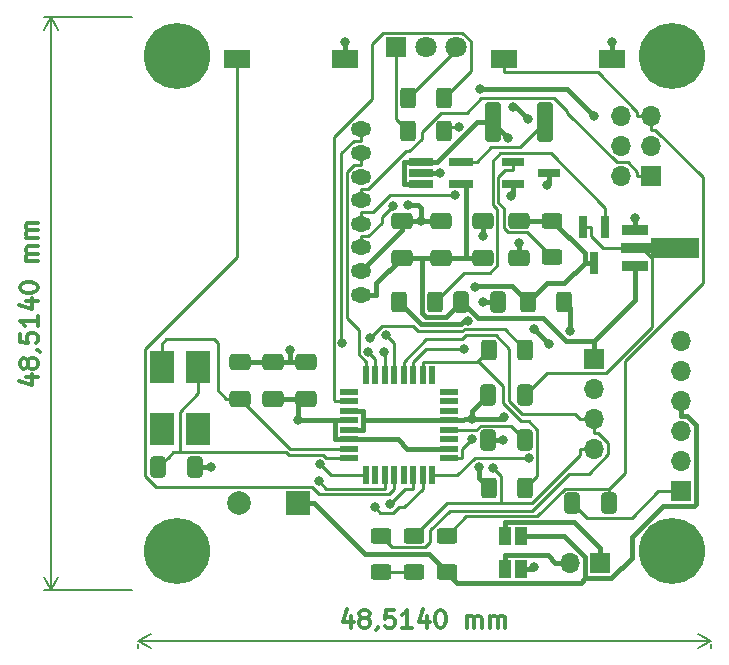
<source format=gbr>
%TF.GenerationSoftware,KiCad,Pcbnew,(6.0.7)*%
%TF.CreationDate,2023-04-08T23:37:57+02:00*%
%TF.ProjectId,hb-uni-644_328P_small,68622d75-6e69-42d3-9634-345f33323850,rev?*%
%TF.SameCoordinates,Original*%
%TF.FileFunction,Copper,L1,Top*%
%TF.FilePolarity,Positive*%
%FSLAX46Y46*%
G04 Gerber Fmt 4.6, Leading zero omitted, Abs format (unit mm)*
G04 Created by KiCad (PCBNEW (6.0.7)) date 2023-04-08 23:37:57*
%MOMM*%
%LPD*%
G01*
G04 APERTURE LIST*
G04 Aperture macros list*
%AMRoundRect*
0 Rectangle with rounded corners*
0 $1 Rounding radius*
0 $2 $3 $4 $5 $6 $7 $8 $9 X,Y pos of 4 corners*
0 Add a 4 corners polygon primitive as box body*
4,1,4,$2,$3,$4,$5,$6,$7,$8,$9,$2,$3,0*
0 Add four circle primitives for the rounded corners*
1,1,$1+$1,$2,$3*
1,1,$1+$1,$4,$5*
1,1,$1+$1,$6,$7*
1,1,$1+$1,$8,$9*
0 Add four rect primitives between the rounded corners*
20,1,$1+$1,$2,$3,$4,$5,0*
20,1,$1+$1,$4,$5,$6,$7,0*
20,1,$1+$1,$6,$7,$8,$9,0*
20,1,$1+$1,$8,$9,$2,$3,0*%
%AMFreePoly0*
4,1,9,5.362500,-0.866500,1.237500,-0.866500,1.237500,-0.450000,-1.237500,-0.450000,-1.237500,0.450000,1.237500,0.450000,1.237500,0.866500,5.362500,0.866500,5.362500,-0.866500,5.362500,-0.866500,$1*%
G04 Aperture macros list end*
%ADD10C,0.300000*%
%TA.AperFunction,NonConductor*%
%ADD11C,0.300000*%
%TD*%
%TA.AperFunction,NonConductor*%
%ADD12C,0.200000*%
%TD*%
%TA.AperFunction,ComponentPad*%
%ADD13C,5.600000*%
%TD*%
%TA.AperFunction,ComponentPad*%
%ADD14R,1.700000X1.700000*%
%TD*%
%TA.AperFunction,ComponentPad*%
%ADD15O,1.700000X1.700000*%
%TD*%
%TA.AperFunction,SMDPad,CuDef*%
%ADD16RoundRect,0.250000X0.625000X-0.400000X0.625000X0.400000X-0.625000X0.400000X-0.625000X-0.400000X0*%
%TD*%
%TA.AperFunction,SMDPad,CuDef*%
%ADD17R,1.000000X1.500000*%
%TD*%
%TA.AperFunction,SMDPad,CuDef*%
%ADD18R,2.000000X0.650000*%
%TD*%
%TA.AperFunction,SMDPad,CuDef*%
%ADD19RoundRect,0.250000X-0.412500X-0.650000X0.412500X-0.650000X0.412500X0.650000X-0.412500X0.650000X0*%
%TD*%
%TA.AperFunction,SMDPad,CuDef*%
%ADD20RoundRect,0.250000X0.400000X0.625000X-0.400000X0.625000X-0.400000X-0.625000X0.400000X-0.625000X0*%
%TD*%
%TA.AperFunction,SMDPad,CuDef*%
%ADD21RoundRect,0.250000X0.412500X0.650000X-0.412500X0.650000X-0.412500X-0.650000X0.412500X-0.650000X0*%
%TD*%
%TA.AperFunction,SMDPad,CuDef*%
%ADD22RoundRect,0.250000X-0.650000X0.412500X-0.650000X-0.412500X0.650000X-0.412500X0.650000X0.412500X0*%
%TD*%
%TA.AperFunction,SMDPad,CuDef*%
%ADD23O,1.750000X1.300000*%
%TD*%
%TA.AperFunction,SMDPad,CuDef*%
%ADD24RoundRect,0.250000X0.650000X-0.412500X0.650000X0.412500X-0.650000X0.412500X-0.650000X-0.412500X0*%
%TD*%
%TA.AperFunction,SMDPad,CuDef*%
%ADD25R,2.180000X1.600000*%
%TD*%
%TA.AperFunction,SMDPad,CuDef*%
%ADD26RoundRect,0.250000X-0.400000X-0.625000X0.400000X-0.625000X0.400000X0.625000X-0.400000X0.625000X0*%
%TD*%
%TA.AperFunction,ComponentPad*%
%ADD27R,2.000000X2.000000*%
%TD*%
%TA.AperFunction,ComponentPad*%
%ADD28C,2.000000*%
%TD*%
%TA.AperFunction,SMDPad,CuDef*%
%ADD29R,2.100000X2.700000*%
%TD*%
%TA.AperFunction,SMDPad,CuDef*%
%ADD30R,2.300000X0.900000*%
%TD*%
%TA.AperFunction,SMDPad,CuDef*%
%ADD31FreePoly0,0.000000*%
%TD*%
%TA.AperFunction,SMDPad,CuDef*%
%ADD32R,1.900000X0.800000*%
%TD*%
%TA.AperFunction,SMDPad,CuDef*%
%ADD33RoundRect,0.250000X-0.400000X-1.450000X0.400000X-1.450000X0.400000X1.450000X-0.400000X1.450000X0*%
%TD*%
%TA.AperFunction,ComponentPad*%
%ADD34R,1.800000X1.800000*%
%TD*%
%TA.AperFunction,ComponentPad*%
%ADD35C,1.800000*%
%TD*%
%TA.AperFunction,SMDPad,CuDef*%
%ADD36R,0.800000X1.900000*%
%TD*%
%TA.AperFunction,SMDPad,CuDef*%
%ADD37R,1.600000X0.550000*%
%TD*%
%TA.AperFunction,SMDPad,CuDef*%
%ADD38R,0.550000X1.600000*%
%TD*%
%TA.AperFunction,ViaPad*%
%ADD39C,0.800000*%
%TD*%
%TA.AperFunction,Conductor*%
%ADD40C,0.400000*%
%TD*%
%TA.AperFunction,Conductor*%
%ADD41C,0.250000*%
%TD*%
G04 APERTURE END LIST*
D10*
D11*
X45728714Y-98462571D02*
X45728714Y-99462571D01*
X45371571Y-97891142D02*
X45014428Y-98962571D01*
X45943000Y-98962571D01*
X46728714Y-98605428D02*
X46585857Y-98534000D01*
X46514428Y-98462571D01*
X46443000Y-98319714D01*
X46443000Y-98248285D01*
X46514428Y-98105428D01*
X46585857Y-98034000D01*
X46728714Y-97962571D01*
X47014428Y-97962571D01*
X47157285Y-98034000D01*
X47228714Y-98105428D01*
X47300142Y-98248285D01*
X47300142Y-98319714D01*
X47228714Y-98462571D01*
X47157285Y-98534000D01*
X47014428Y-98605428D01*
X46728714Y-98605428D01*
X46585857Y-98676857D01*
X46514428Y-98748285D01*
X46443000Y-98891142D01*
X46443000Y-99176857D01*
X46514428Y-99319714D01*
X46585857Y-99391142D01*
X46728714Y-99462571D01*
X47014428Y-99462571D01*
X47157285Y-99391142D01*
X47228714Y-99319714D01*
X47300142Y-99176857D01*
X47300142Y-98891142D01*
X47228714Y-98748285D01*
X47157285Y-98676857D01*
X47014428Y-98605428D01*
X48014428Y-99391142D02*
X48014428Y-99462571D01*
X47943000Y-99605428D01*
X47871571Y-99676857D01*
X49371571Y-97962571D02*
X48657285Y-97962571D01*
X48585857Y-98676857D01*
X48657285Y-98605428D01*
X48800142Y-98534000D01*
X49157285Y-98534000D01*
X49300142Y-98605428D01*
X49371571Y-98676857D01*
X49443000Y-98819714D01*
X49443000Y-99176857D01*
X49371571Y-99319714D01*
X49300142Y-99391142D01*
X49157285Y-99462571D01*
X48800142Y-99462571D01*
X48657285Y-99391142D01*
X48585857Y-99319714D01*
X50871571Y-99462571D02*
X50014428Y-99462571D01*
X50443000Y-99462571D02*
X50443000Y-97962571D01*
X50300142Y-98176857D01*
X50157285Y-98319714D01*
X50014428Y-98391142D01*
X52157285Y-98462571D02*
X52157285Y-99462571D01*
X51800142Y-97891142D02*
X51443000Y-98962571D01*
X52371571Y-98962571D01*
X53228714Y-97962571D02*
X53371571Y-97962571D01*
X53514428Y-98034000D01*
X53585857Y-98105428D01*
X53657285Y-98248285D01*
X53728714Y-98534000D01*
X53728714Y-98891142D01*
X53657285Y-99176857D01*
X53585857Y-99319714D01*
X53514428Y-99391142D01*
X53371571Y-99462571D01*
X53228714Y-99462571D01*
X53085857Y-99391142D01*
X53014428Y-99319714D01*
X52943000Y-99176857D01*
X52871571Y-98891142D01*
X52871571Y-98534000D01*
X52943000Y-98248285D01*
X53014428Y-98105428D01*
X53085857Y-98034000D01*
X53228714Y-97962571D01*
X55514428Y-99462571D02*
X55514428Y-98462571D01*
X55514428Y-98605428D02*
X55585857Y-98534000D01*
X55728714Y-98462571D01*
X55942999Y-98462571D01*
X56085857Y-98534000D01*
X56157285Y-98676857D01*
X56157285Y-99462571D01*
X56157285Y-98676857D02*
X56228714Y-98534000D01*
X56371571Y-98462571D01*
X56585857Y-98462571D01*
X56728714Y-98534000D01*
X56800142Y-98676857D01*
X56800142Y-99462571D01*
X57514428Y-99462571D02*
X57514428Y-98462571D01*
X57514428Y-98605428D02*
X57585857Y-98534000D01*
X57728714Y-98462571D01*
X57942999Y-98462571D01*
X58085857Y-98534000D01*
X58157285Y-98676857D01*
X58157285Y-99462571D01*
X58157285Y-98676857D02*
X58228714Y-98534000D01*
X58371571Y-98462571D01*
X58585857Y-98462571D01*
X58728714Y-98534000D01*
X58800142Y-98676857D01*
X58800142Y-99462571D01*
D12*
X27686000Y-100830000D02*
X27686000Y-101170420D01*
X76200000Y-100830000D02*
X76200000Y-101170420D01*
X27686000Y-100584000D02*
X76200000Y-100584000D01*
X27686000Y-100584000D02*
X76200000Y-100584000D01*
X27686000Y-100584000D02*
X28812504Y-101170421D01*
X27686000Y-100584000D02*
X28812504Y-99997579D01*
X76200000Y-100584000D02*
X75073496Y-99997579D01*
X76200000Y-100584000D02*
X75073496Y-101170421D01*
D10*
D11*
X18198571Y-78223285D02*
X19198571Y-78223285D01*
X17627142Y-78580428D02*
X18698571Y-78937571D01*
X18698571Y-78009000D01*
X18341428Y-77223285D02*
X18270000Y-77366142D01*
X18198571Y-77437571D01*
X18055714Y-77509000D01*
X17984285Y-77509000D01*
X17841428Y-77437571D01*
X17770000Y-77366142D01*
X17698571Y-77223285D01*
X17698571Y-76937571D01*
X17770000Y-76794714D01*
X17841428Y-76723285D01*
X17984285Y-76651857D01*
X18055714Y-76651857D01*
X18198571Y-76723285D01*
X18270000Y-76794714D01*
X18341428Y-76937571D01*
X18341428Y-77223285D01*
X18412857Y-77366142D01*
X18484285Y-77437571D01*
X18627142Y-77509000D01*
X18912857Y-77509000D01*
X19055714Y-77437571D01*
X19127142Y-77366142D01*
X19198571Y-77223285D01*
X19198571Y-76937571D01*
X19127142Y-76794714D01*
X19055714Y-76723285D01*
X18912857Y-76651857D01*
X18627142Y-76651857D01*
X18484285Y-76723285D01*
X18412857Y-76794714D01*
X18341428Y-76937571D01*
X19127142Y-75937571D02*
X19198571Y-75937571D01*
X19341428Y-76009000D01*
X19412857Y-76080428D01*
X17698571Y-74580428D02*
X17698571Y-75294714D01*
X18412857Y-75366142D01*
X18341428Y-75294714D01*
X18270000Y-75151857D01*
X18270000Y-74794714D01*
X18341428Y-74651857D01*
X18412857Y-74580428D01*
X18555714Y-74509000D01*
X18912857Y-74509000D01*
X19055714Y-74580428D01*
X19127142Y-74651857D01*
X19198571Y-74794714D01*
X19198571Y-75151857D01*
X19127142Y-75294714D01*
X19055714Y-75366142D01*
X19198571Y-73080428D02*
X19198571Y-73937571D01*
X19198571Y-73509000D02*
X17698571Y-73509000D01*
X17912857Y-73651857D01*
X18055714Y-73794714D01*
X18127142Y-73937571D01*
X18198571Y-71794714D02*
X19198571Y-71794714D01*
X17627142Y-72151857D02*
X18698571Y-72509000D01*
X18698571Y-71580428D01*
X17698571Y-70723285D02*
X17698571Y-70580428D01*
X17770000Y-70437571D01*
X17841428Y-70366142D01*
X17984285Y-70294714D01*
X18270000Y-70223285D01*
X18627142Y-70223285D01*
X18912857Y-70294714D01*
X19055714Y-70366142D01*
X19127142Y-70437571D01*
X19198571Y-70580428D01*
X19198571Y-70723285D01*
X19127142Y-70866142D01*
X19055714Y-70937571D01*
X18912857Y-71009000D01*
X18627142Y-71080428D01*
X18270000Y-71080428D01*
X17984285Y-71009000D01*
X17841428Y-70937571D01*
X17770000Y-70866142D01*
X17698571Y-70723285D01*
X19198571Y-68437571D02*
X18198571Y-68437571D01*
X18341428Y-68437571D02*
X18270000Y-68366142D01*
X18198571Y-68223285D01*
X18198571Y-68009000D01*
X18270000Y-67866142D01*
X18412857Y-67794714D01*
X19198571Y-67794714D01*
X18412857Y-67794714D02*
X18270000Y-67723285D01*
X18198571Y-67580428D01*
X18198571Y-67366142D01*
X18270000Y-67223285D01*
X18412857Y-67151857D01*
X19198571Y-67151857D01*
X19198571Y-66437571D02*
X18198571Y-66437571D01*
X18341428Y-66437571D02*
X18270000Y-66366142D01*
X18198571Y-66223285D01*
X18198571Y-66009000D01*
X18270000Y-65866142D01*
X18412857Y-65794714D01*
X19198571Y-65794714D01*
X18412857Y-65794714D02*
X18270000Y-65723285D01*
X18198571Y-65580428D01*
X18198571Y-65366142D01*
X18270000Y-65223285D01*
X18412857Y-65151857D01*
X19198571Y-65151857D01*
D12*
X27186000Y-47752000D02*
X19733580Y-47752000D01*
X27186000Y-96266000D02*
X19733580Y-96266000D01*
X20320000Y-47752000D02*
X20320000Y-96266000D01*
X20320000Y-47752000D02*
X20320000Y-96266000D01*
X20320000Y-47752000D02*
X19733579Y-48878504D01*
X20320000Y-47752000D02*
X20906421Y-48878504D01*
X20320000Y-96266000D02*
X20906421Y-95139496D01*
X20320000Y-96266000D02*
X19733579Y-95139496D01*
D13*
%TO.P,REF6,1*%
%TO.N,N/C*%
X30988000Y-92964000D03*
%TD*%
D14*
%TO.P,J6,1,Pin_1*%
%TO.N,VCC*%
X66294000Y-76718000D03*
D15*
%TO.P,J6,2,Pin_2*%
%TO.N,GND*%
X66294000Y-79258000D03*
%TO.P,J6,3,Pin_3*%
%TO.N,/SCL*%
X66294000Y-81798000D03*
%TO.P,J6,4,Pin_4*%
%TO.N,/SDA*%
X66294000Y-84338000D03*
%TD*%
D16*
%TO.P,R3,1*%
%TO.N,VCC*%
X53848000Y-94768000D03*
%TO.P,R3,2*%
%TO.N,/RESET*%
X53848000Y-91668000D03*
%TD*%
D17*
%TO.P,J2,1,G1*%
%TO.N,GND*%
X60086000Y-94488000D03*
%TO.P,J2,2,G2*%
%TO.N,/RAW-*%
X58786000Y-94488000D03*
%TD*%
D18*
%TO.P,U3,1,BATT*%
%TO.N,/RAW+FUSE*%
X51630000Y-60010000D03*
%TO.P,U3,2,GND*%
%TO.N,GND*%
X51630000Y-60960000D03*
%TO.P,U3,3,~{SHDN}*%
%TO.N,/RAW+FUSE*%
X51630000Y-61910000D03*
%TO.P,U3,4,OUT*%
%TO.N,VCC*%
X55050000Y-61910000D03*
%TO.P,U3,5,LX*%
%TO.N,Net-(L1-Pad2)*%
X55050000Y-60010000D03*
%TD*%
D17*
%TO.P,J1,1,G1*%
%TO.N,VCC*%
X60086000Y-91694000D03*
%TO.P,J1,2,G2*%
%TO.N,/RAW+*%
X58786000Y-91694000D03*
%TD*%
D16*
%TO.P,R6,1*%
%TO.N,Net-(Q1-Pad1)*%
X62738000Y-68098000D03*
%TO.P,R6,2*%
%TO.N,/RAW+FUSE*%
X62738000Y-64998000D03*
%TD*%
D19*
%TO.P,C13,1*%
%TO.N,/DTR*%
X64477500Y-88900000D03*
%TO.P,C13,2*%
%TO.N,/RESET*%
X67602500Y-88900000D03*
%TD*%
D13*
%TO.P,REF2,1*%
%TO.N,N/C*%
X30988000Y-51054000D03*
%TD*%
%TO.P,REF7,1*%
%TO.N,N/C*%
X72898000Y-92964000D03*
%TD*%
D20*
%TO.P,R4,1*%
%TO.N,/A3*%
X60478000Y-87630000D03*
%TO.P,R4,2*%
%TO.N,/RAW+FUSE*%
X57378000Y-87630000D03*
%TD*%
D13*
%TO.P,REF4,1*%
%TO.N,N/C*%
X72898000Y-51054000D03*
%TD*%
D21*
%TO.P,C10,1*%
%TO.N,Net-(C10-Pad1)*%
X60490500Y-79756000D03*
%TO.P,C10,2*%
%TO.N,GND*%
X57365500Y-79756000D03*
%TD*%
D14*
%TO.P,J3,1,Pin_1*%
%TO.N,/RAW+*%
X66807000Y-93980000D03*
D15*
%TO.P,J3,2,Pin_2*%
%TO.N,/RAW-*%
X64267000Y-93980000D03*
%TD*%
D22*
%TO.P,C2,1*%
%TO.N,GND*%
X41910000Y-76923500D03*
%TO.P,C2,2*%
%TO.N,VCC*%
X41910000Y-80048500D03*
%TD*%
%TO.P,C6,1*%
%TO.N,GND*%
X50038000Y-64985500D03*
%TO.P,C6,2*%
%TO.N,VCC*%
X50038000Y-68110500D03*
%TD*%
D23*
%TO.P,U2,1,VCC*%
%TO.N,VCC*%
X46584000Y-71262000D03*
%TO.P,U2,2,GND*%
%TO.N,GND*%
X46584000Y-69262000D03*
%TO.P,U2,3,MOSI*%
%TO.N,/MOSI*%
X46584000Y-67262000D03*
%TO.P,U2,4,SCLK*%
%TO.N,/SCK*%
X46584000Y-65262000D03*
%TO.P,U2,5,MISO*%
%TO.N,/MISO*%
X46584000Y-63262000D03*
%TO.P,U2,6,GDO2*%
%TO.N,unconnected-(U2-Pad6)*%
X46584000Y-61262000D03*
%TO.P,U2,7,GDO0*%
%TO.N,/D2*%
X46584000Y-59262000D03*
%TO.P,U2,8,CSN*%
%TO.N,/SS*%
X46584000Y-57262000D03*
%TD*%
D24*
%TO.P,C9,1*%
%TO.N,VCC*%
X56896000Y-68110500D03*
%TO.P,C9,2*%
%TO.N,GND*%
X56896000Y-64985500D03*
%TD*%
D20*
%TO.P,R5,1*%
%TO.N,/D7*%
X60478000Y-75946000D03*
%TO.P,R5,2*%
%TO.N,/A3*%
X57378000Y-75946000D03*
%TD*%
D25*
%TO.P,SW2,1,1*%
%TO.N,/CONFIG*%
X36050000Y-51308000D03*
%TO.P,SW2,2,2*%
%TO.N,GND*%
X45230000Y-51308000D03*
%TD*%
D16*
%TO.P,R9,1*%
%TO.N,Net-(R8-Pad1)*%
X51054000Y-94768000D03*
%TO.P,R9,2*%
%TO.N,/SDA*%
X51054000Y-91668000D03*
%TD*%
D26*
%TO.P,R1,1*%
%TO.N,Net-(D1-Pad3)*%
X50520000Y-54610000D03*
%TO.P,R1,2*%
%TO.N,/D4*%
X53620000Y-54610000D03*
%TD*%
D27*
%TO.P,C12,1*%
%TO.N,VCC*%
X41229700Y-88900000D03*
D28*
%TO.P,C12,2*%
%TO.N,GND*%
X36229700Y-88900000D03*
%TD*%
D26*
%TO.P,F1,1*%
%TO.N,/RAW+FUSE*%
X60680000Y-71882000D03*
%TO.P,F1,2*%
%TO.N,/RAW+*%
X63780000Y-71882000D03*
%TD*%
D29*
%TO.P,Y1,1,1*%
%TO.N,/XTAL1*%
X29692000Y-77360000D03*
%TO.P,Y1,2*%
%TO.N,N/C*%
X29692000Y-82660000D03*
%TO.P,Y1,3*%
X32792000Y-82660000D03*
%TO.P,Y1,4,4*%
%TO.N,/XTAL2*%
X32792000Y-77360000D03*
%TD*%
D22*
%TO.P,C8,1*%
%TO.N,/RAW+FUSE*%
X59944000Y-64985500D03*
%TO.P,C8,2*%
%TO.N,GND*%
X59944000Y-68110500D03*
%TD*%
D26*
%TO.P,R2,1*%
%TO.N,Net-(D1-Pad1)*%
X50520000Y-57404000D03*
%TO.P,R2,2*%
%TO.N,/D5*%
X53620000Y-57404000D03*
%TD*%
D22*
%TO.P,C1,1*%
%TO.N,GND*%
X39116000Y-76923500D03*
%TO.P,C1,2*%
%TO.N,VCC*%
X39116000Y-80048500D03*
%TD*%
%TO.P,C7,1*%
%TO.N,GND*%
X53340000Y-64985500D03*
%TO.P,C7,2*%
%TO.N,VCC*%
X53340000Y-68110500D03*
%TD*%
D30*
%TO.P,U4,1,GND*%
%TO.N,GND*%
X69732000Y-65810000D03*
D31*
%TO.P,U4,2,VI*%
%TO.N,Net-(C10-Pad1)*%
X69819500Y-67310000D03*
D30*
%TO.P,U4,3,VO*%
%TO.N,VCC*%
X69732000Y-68810000D03*
%TD*%
D32*
%TO.P,Q1,1,G*%
%TO.N,Net-(Q1-Pad1)*%
X59460000Y-60010000D03*
%TO.P,Q1,2,S*%
%TO.N,GND*%
X59460000Y-61910000D03*
%TO.P,Q1,3,D*%
%TO.N,/RAW-*%
X62460000Y-60960000D03*
%TD*%
D16*
%TO.P,R8,1*%
%TO.N,Net-(R8-Pad1)*%
X48260000Y-94768000D03*
%TO.P,R8,2*%
%TO.N,/SCL*%
X48260000Y-91668000D03*
%TD*%
D20*
%TO.P,R7,1*%
%TO.N,Net-(Q2-Pad1)*%
X52858000Y-71882000D03*
%TO.P,R7,2*%
%TO.N,/RAW-*%
X49758000Y-71882000D03*
%TD*%
D22*
%TO.P,C4,1*%
%TO.N,GND*%
X36322000Y-76923500D03*
%TO.P,C4,2*%
%TO.N,/XTAL1*%
X36322000Y-80048500D03*
%TD*%
D33*
%TO.P,L1,1,1*%
%TO.N,/RAW+FUSE*%
X57719000Y-56642000D03*
%TO.P,L1,2,2*%
%TO.N,Net-(L1-Pad2)*%
X62169000Y-56642000D03*
%TD*%
D19*
%TO.P,C11,1*%
%TO.N,VCC*%
X55079500Y-71882000D03*
%TO.P,C11,2*%
%TO.N,GND*%
X58204500Y-71882000D03*
%TD*%
D14*
%TO.P,J5,1,Pin_1*%
%TO.N,/MISO*%
X71125000Y-61199000D03*
D15*
%TO.P,J5,2,Pin_2*%
%TO.N,VCC*%
X68585000Y-61199000D03*
%TO.P,J5,3,Pin_3*%
%TO.N,/SCK*%
X71125000Y-58659000D03*
%TO.P,J5,4,Pin_4*%
%TO.N,/MOSI*%
X68585000Y-58659000D03*
%TO.P,J5,5,Pin_5*%
%TO.N,/RESET*%
X71125000Y-56119000D03*
%TO.P,J5,6,Pin_6*%
%TO.N,GND*%
X68585000Y-56119000D03*
%TD*%
D14*
%TO.P,J4,1,Pin_1*%
%TO.N,/DTR*%
X73660000Y-87884000D03*
D15*
%TO.P,J4,2,Pin_2*%
%TO.N,/TXD*%
X73660000Y-85344000D03*
%TO.P,J4,3,Pin_3*%
%TO.N,/RXD*%
X73660000Y-82804000D03*
%TO.P,J4,4,Pin_4*%
%TO.N,VCC*%
X73660000Y-80264000D03*
%TO.P,J4,5,Pin_5*%
%TO.N,GND*%
X73660000Y-77724000D03*
%TO.P,J4,6,Pin_6*%
X73660000Y-75184000D03*
%TD*%
D34*
%TO.P,D1,1,A1*%
%TO.N,Net-(D1-Pad1)*%
X49520000Y-50292000D03*
D35*
%TO.P,D1,2,K*%
%TO.N,GND*%
X52060000Y-50292000D03*
%TO.P,D1,3,A2*%
%TO.N,Net-(D1-Pad3)*%
X54600000Y-50292000D03*
%TD*%
D25*
%TO.P,SW1,1,1*%
%TO.N,/RESET*%
X58656000Y-51308000D03*
%TO.P,SW1,2,2*%
%TO.N,GND*%
X67836000Y-51308000D03*
%TD*%
D36*
%TO.P,Q2,1,G*%
%TO.N,Net-(Q2-Pad1)*%
X67244000Y-65556000D03*
%TO.P,Q2,2,S*%
%TO.N,Net-(C10-Pad1)*%
X65344000Y-65556000D03*
%TO.P,Q2,3,D*%
%TO.N,/RAW+FUSE*%
X66294000Y-68556000D03*
%TD*%
D21*
%TO.P,C5,1*%
%TO.N,Net-(C5-Pad1)*%
X60490500Y-83566000D03*
%TO.P,C5,2*%
%TO.N,GND*%
X57365500Y-83566000D03*
%TD*%
D19*
%TO.P,C3,1*%
%TO.N,/XTAL2*%
X29425500Y-85852000D03*
%TO.P,C3,2*%
%TO.N,GND*%
X32550500Y-85852000D03*
%TD*%
D37*
%TO.P,U1,1,PD3*%
%TO.N,/D3*%
X45534000Y-79496000D03*
%TO.P,U1,2,PD4*%
%TO.N,/D4*%
X45534000Y-80296000D03*
%TO.P,U1,3,GND*%
%TO.N,GND*%
X45534000Y-81096000D03*
%TO.P,U1,4,VCC*%
%TO.N,VCC*%
X45534000Y-81896000D03*
%TO.P,U1,5,GND*%
%TO.N,GND*%
X45534000Y-82696000D03*
%TO.P,U1,6,VCC*%
%TO.N,VCC*%
X45534000Y-83496000D03*
%TO.P,U1,7,XTAL1/PB6*%
%TO.N,/XTAL1*%
X45534000Y-84296000D03*
%TO.P,U1,8,XTAL2/PB7*%
%TO.N,/XTAL2*%
X45534000Y-85096000D03*
D38*
%TO.P,U1,9,PD5*%
%TO.N,/D5*%
X46984000Y-86546000D03*
%TO.P,U1,10,PD6*%
%TO.N,/D6*%
X47784000Y-86546000D03*
%TO.P,U1,11,PD7*%
%TO.N,/D7*%
X48584000Y-86546000D03*
%TO.P,U1,12,PB0*%
%TO.N,/CONFIG*%
X49384000Y-86546000D03*
%TO.P,U1,13,PB1*%
%TO.N,/B1*%
X50184000Y-86546000D03*
%TO.P,U1,14,PB2*%
%TO.N,/SS*%
X50984000Y-86546000D03*
%TO.P,U1,15,PB3*%
%TO.N,/MOSI*%
X51784000Y-86546000D03*
%TO.P,U1,16,PB4*%
%TO.N,/MISO*%
X52584000Y-86546000D03*
D37*
%TO.P,U1,17,PB5*%
%TO.N,/SCK*%
X54034000Y-85096000D03*
%TO.P,U1,18,AVCC*%
%TO.N,VCC*%
X54034000Y-84296000D03*
%TO.P,U1,19,ADC6*%
%TO.N,unconnected-(U1-Pad19)*%
X54034000Y-83496000D03*
%TO.P,U1,20,AREF*%
%TO.N,Net-(C5-Pad1)*%
X54034000Y-82696000D03*
%TO.P,U1,21,GND*%
%TO.N,GND*%
X54034000Y-81896000D03*
%TO.P,U1,22,ADC7*%
%TO.N,unconnected-(U1-Pad22)*%
X54034000Y-81096000D03*
%TO.P,U1,23,PC0*%
%TO.N,/A0*%
X54034000Y-80296000D03*
%TO.P,U1,24,PC1*%
%TO.N,/A1*%
X54034000Y-79496000D03*
D38*
%TO.P,U1,25,PC2*%
%TO.N,/A2*%
X52584000Y-78046000D03*
%TO.P,U1,26,PC3*%
%TO.N,/A3*%
X51784000Y-78046000D03*
%TO.P,U1,27,PC4*%
%TO.N,/SDA*%
X50984000Y-78046000D03*
%TO.P,U1,28,PC5*%
%TO.N,/SCL*%
X50184000Y-78046000D03*
%TO.P,U1,29,~{RESET}/PC6*%
%TO.N,/RESET*%
X49384000Y-78046000D03*
%TO.P,U1,30,PD0*%
%TO.N,/RXD*%
X48584000Y-78046000D03*
%TO.P,U1,31,PD1*%
%TO.N,/TXD*%
X47784000Y-78046000D03*
%TO.P,U1,32,PD2*%
%TO.N,/D2*%
X46984000Y-78046000D03*
%TD*%
D39*
%TO.N,GND*%
X33850300Y-85864900D03*
X59436000Y-55372000D03*
X55995000Y-81771400D03*
X45230000Y-49867300D03*
X51689000Y-64985500D03*
X59234900Y-62935400D03*
X58634400Y-83583500D03*
X61193200Y-94281100D03*
X40581500Y-75961900D03*
X69732000Y-64753000D03*
X61214000Y-74168000D03*
X59944000Y-66842800D03*
X58674000Y-81611400D03*
X56938100Y-71866800D03*
X66294000Y-56134000D03*
X53235000Y-60960000D03*
X67836000Y-49868900D03*
X56642000Y-53848000D03*
X60706000Y-56388000D03*
X50546000Y-63627000D03*
X62484000Y-75438000D03*
X56896000Y-66251200D03*
%TO.N,VCC*%
X41228300Y-81867000D03*
%TO.N,/RAW+FUSE*%
X56183900Y-70613100D03*
X56553200Y-85884900D03*
X58989300Y-58021800D03*
%TO.N,/RESET*%
X48716200Y-74676200D03*
%TO.N,/RAW+*%
X64269600Y-74339300D03*
%TO.N,/RAW-*%
X55620100Y-73470000D03*
X62360900Y-62000100D03*
%TO.N,/D5*%
X54883200Y-57040100D03*
X43082400Y-85584200D03*
%TO.N,/D7*%
X42984800Y-87059100D03*
X47322600Y-74927300D03*
%TO.N,/SDA*%
X55323600Y-75869600D03*
X57729900Y-85939000D03*
%TO.N,/SS*%
X48984500Y-88987600D03*
X44991300Y-75308700D03*
%TO.N,/MOSI*%
X49279900Y-63716800D03*
X47730300Y-89228800D03*
%TO.N,/MISO*%
X60771900Y-85092400D03*
%TO.N,/SCK*%
X56003700Y-83458500D03*
X54544800Y-62847400D03*
%TO.N,/RXD*%
X48508400Y-76084900D03*
%TO.N,/TXD*%
X47200000Y-76105200D03*
%TD*%
D40*
%TO.N,GND*%
X39116000Y-76923500D02*
X36322000Y-76923500D01*
X61193200Y-94281100D02*
X60986300Y-94488000D01*
X55358900Y-81771400D02*
X55234300Y-81896000D01*
X45534000Y-82696000D02*
X46734300Y-82696000D01*
X54034000Y-81896000D02*
X46734300Y-81896000D01*
X57365500Y-79756000D02*
X55995000Y-81126500D01*
X33850300Y-85864900D02*
X32563400Y-85864900D01*
X41910000Y-76923500D02*
X40581500Y-76923500D01*
X51689000Y-64985500D02*
X50038000Y-64985500D01*
X59460000Y-61910000D02*
X59460000Y-62710300D01*
X46734300Y-81896000D02*
X46734300Y-82696000D01*
X60086000Y-94488000D02*
X60986300Y-94488000D01*
X57383000Y-83583500D02*
X58634400Y-83583500D01*
X51689000Y-63881000D02*
X51689000Y-64985500D01*
X53030300Y-60960000D02*
X53235000Y-60960000D01*
X40581500Y-75961900D02*
X40581500Y-76923500D01*
X57365500Y-83566000D02*
X57383000Y-83583500D01*
X58189300Y-71866800D02*
X58204500Y-71882000D01*
X46734300Y-81096000D02*
X46734300Y-81896000D01*
X54034000Y-81896000D02*
X55234300Y-81896000D01*
X51689000Y-64985500D02*
X53340000Y-64985500D01*
X64008000Y-53848000D02*
X56642000Y-53848000D01*
X45534000Y-81096000D02*
X46734300Y-81096000D01*
X58674000Y-81788000D02*
X58674000Y-81611400D01*
X45230000Y-51308000D02*
X45230000Y-49867300D01*
X67836000Y-51308000D02*
X67836000Y-49868900D01*
X55995000Y-81126500D02*
X55995000Y-81771400D01*
X55995000Y-81771400D02*
X55358900Y-81771400D01*
X50038000Y-65808000D02*
X46584000Y-69262000D01*
X59690000Y-55372000D02*
X60706000Y-56388000D01*
X59234900Y-62935400D02*
X59460000Y-62710300D01*
X40581500Y-76923500D02*
X39116000Y-76923500D01*
X56938100Y-71866800D02*
X58189300Y-71866800D01*
X59944000Y-66842800D02*
X59944000Y-68110500D01*
X51630000Y-60960000D02*
X53030300Y-60960000D01*
X56896000Y-64985500D02*
X56896000Y-66251200D01*
X50546000Y-63627000D02*
X51435000Y-63627000D01*
X59436000Y-55372000D02*
X59690000Y-55372000D01*
X50038000Y-64985500D02*
X50038000Y-65808000D01*
X69732000Y-65810000D02*
X69732000Y-64753000D01*
X51435000Y-63627000D02*
X51689000Y-63881000D01*
X32563400Y-85864900D02*
X32550500Y-85852000D01*
X55995000Y-81771400D02*
X58657400Y-81771400D01*
X58657400Y-81771400D02*
X58674000Y-81788000D01*
X61214000Y-74168000D02*
X62484000Y-75438000D01*
X66294000Y-56134000D02*
X64008000Y-53848000D01*
%TO.N,VCC*%
X62021500Y-73222900D02*
X63938200Y-75139600D01*
X54034000Y-84296000D02*
X50465700Y-84296000D01*
X45534000Y-83496000D02*
X44333700Y-83496000D01*
X54718400Y-95638400D02*
X65202400Y-95638400D01*
X60986300Y-91694000D02*
X63760300Y-91694000D01*
X67775600Y-95284200D02*
X69522100Y-93537700D01*
X52298000Y-93218000D02*
X53848000Y-94768000D01*
X55079500Y-71882000D02*
X53791600Y-73169900D01*
X69522100Y-93537700D02*
X69522100Y-91739700D01*
X56896000Y-68110500D02*
X55472500Y-68110500D01*
X50038000Y-68110500D02*
X51707400Y-68110500D01*
X53848000Y-94768000D02*
X54718400Y-95638400D01*
X74735100Y-89156800D02*
X74916500Y-88975400D01*
X74916500Y-82252700D02*
X74178100Y-81514300D01*
X44333700Y-83496000D02*
X44333700Y-81896000D01*
X50465700Y-84296000D02*
X49665700Y-83496000D01*
X69522100Y-91739700D02*
X72105000Y-89156800D01*
X55163900Y-71882000D02*
X56504800Y-73222900D01*
X63938200Y-75139600D02*
X66294000Y-75139600D01*
X55050000Y-61910000D02*
X55472500Y-61910000D01*
X66294000Y-76718000D02*
X66294000Y-75467700D01*
X42630000Y-88900000D02*
X46948000Y-93218000D01*
X50038000Y-68110500D02*
X47859300Y-70289200D01*
X72105000Y-89156800D02*
X74735100Y-89156800D01*
X55472500Y-61910000D02*
X55472500Y-68110500D01*
X39116000Y-80048500D02*
X41228300Y-80048500D01*
X45534000Y-81896000D02*
X44333700Y-81896000D01*
X51707400Y-68110500D02*
X53340000Y-68110500D01*
X73660000Y-80264000D02*
X73660000Y-81514300D01*
X65556600Y-95284200D02*
X67775600Y-95284200D01*
X65202400Y-95638400D02*
X65556600Y-95284200D01*
X44333700Y-81896000D02*
X41257300Y-81896000D01*
X56504800Y-73222900D02*
X62021500Y-73222900D01*
X41228300Y-80048500D02*
X41228300Y-81867000D01*
X55079500Y-71882000D02*
X55163900Y-71882000D01*
X74916500Y-88975400D02*
X74916500Y-82252700D01*
X47859300Y-70289200D02*
X47859300Y-71262000D01*
X46948000Y-93218000D02*
X52298000Y-93218000D01*
X69732000Y-71701600D02*
X66294000Y-75139600D01*
X41257300Y-81896000D02*
X41228300Y-81867000D01*
X69732000Y-68810000D02*
X69732000Y-71701600D01*
X74178100Y-81514300D02*
X73660000Y-81514300D01*
X46584000Y-71262000D02*
X47859300Y-71262000D01*
X49665700Y-83496000D02*
X45534000Y-83496000D01*
X41228300Y-80048500D02*
X41910000Y-80048500D01*
X55472500Y-68110500D02*
X53340000Y-68110500D01*
X66294000Y-75139600D02*
X66294000Y-75467700D01*
X51707400Y-72770400D02*
X51707400Y-68110500D01*
X65556600Y-93490300D02*
X65556600Y-95284200D01*
X60086000Y-91694000D02*
X60986300Y-91694000D01*
X53791600Y-73169900D02*
X52106900Y-73169900D01*
X63760300Y-91694000D02*
X65556600Y-93490300D01*
X52106900Y-73169900D02*
X51707400Y-72770400D01*
X41229700Y-88900000D02*
X42630000Y-88900000D01*
D41*
%TO.N,/XTAL2*%
X40220000Y-84583400D02*
X31240600Y-84583400D01*
X43620000Y-85096000D02*
X43382900Y-84858900D01*
X30317100Y-84960400D02*
X29425500Y-85852000D01*
X32792000Y-79610000D02*
X32792000Y-77360000D01*
X30694100Y-84583400D02*
X30317100Y-84960400D01*
X31240600Y-81161400D02*
X32792000Y-79610000D01*
X31240600Y-84583400D02*
X31240600Y-81161400D01*
X40495500Y-84858900D02*
X40220000Y-84583400D01*
X31240600Y-84583400D02*
X30694100Y-84583400D01*
X45534000Y-85096000D02*
X43620000Y-85096000D01*
X43382900Y-84858900D02*
X40495500Y-84858900D01*
%TO.N,/XTAL1*%
X29692000Y-75413200D02*
X30073600Y-75031600D01*
X36322000Y-80048500D02*
X35141300Y-80048500D01*
X29692000Y-77360000D02*
X29692000Y-75413200D01*
X34442400Y-79349600D02*
X35141300Y-80048500D01*
X44408700Y-84296000D02*
X40569500Y-84296000D01*
X30073600Y-75031600D02*
X34086800Y-75031600D01*
X34086800Y-75031600D02*
X34442400Y-75387200D01*
X40569500Y-84296000D02*
X36322000Y-80048500D01*
X34442400Y-75387200D02*
X34442400Y-79349600D01*
X45534000Y-84296000D02*
X44408700Y-84296000D01*
%TO.N,Net-(C5-Pad1)*%
X56695400Y-82335900D02*
X59260400Y-82335900D01*
X56335300Y-82696000D02*
X56695400Y-82335900D01*
X54034000Y-82696000D02*
X56335300Y-82696000D01*
X59260400Y-82335900D02*
X60490500Y-83566000D01*
D40*
%TO.N,/RAW+FUSE*%
X63793600Y-70256100D02*
X65493700Y-68556000D01*
X62738000Y-64998000D02*
X62725500Y-64985500D01*
X60680000Y-71882000D02*
X59340700Y-70542700D01*
X57719000Y-56642000D02*
X57719000Y-56751500D01*
X56553200Y-86805200D02*
X57378000Y-87630000D01*
X59340700Y-70542700D02*
X56254300Y-70542700D01*
X51630000Y-60010000D02*
X53030300Y-60010000D01*
X62725500Y-64985500D02*
X59944000Y-64985500D01*
X65493700Y-67753700D02*
X62738000Y-64998000D01*
X51630000Y-60010000D02*
X50229700Y-60010000D01*
X66294000Y-68556000D02*
X65493700Y-68556000D01*
X60680000Y-71882000D02*
X62305900Y-70256100D01*
X50229700Y-61910000D02*
X50229700Y-60010000D01*
X56413100Y-56642000D02*
X57719000Y-56642000D01*
X57719000Y-56751500D02*
X58989300Y-58021800D01*
X65493700Y-68556000D02*
X65493700Y-67753700D01*
X56254300Y-70542700D02*
X56183900Y-70613100D01*
X53045100Y-60010000D02*
X56413100Y-56642000D01*
X53030300Y-60010000D02*
X53045100Y-60010000D01*
X62305900Y-70256100D02*
X63793600Y-70256100D01*
X56553200Y-85884900D02*
X56553200Y-86805200D01*
X51630000Y-61910000D02*
X50229700Y-61910000D01*
D41*
%TO.N,Net-(C10-Pad1)*%
X66069300Y-65556000D02*
X66069300Y-66281300D01*
X70340000Y-67310000D02*
X71218400Y-68188400D01*
X65344000Y-65556000D02*
X66069300Y-65556000D01*
X71218400Y-68188400D02*
X71218400Y-73958500D01*
X67283500Y-77893400D02*
X62353100Y-77893400D01*
X66069300Y-66281300D02*
X67098000Y-67310000D01*
X67098000Y-67310000D02*
X69819500Y-67310000D01*
X69819500Y-67310000D02*
X70340000Y-67310000D01*
X71218400Y-73958500D02*
X67283500Y-77893400D01*
X62353100Y-77893400D02*
X60490500Y-79756000D01*
%TO.N,/DTR*%
X69476700Y-90152400D02*
X65729900Y-90152400D01*
X73660000Y-87884000D02*
X71745100Y-87884000D01*
X65729900Y-90152400D02*
X64477500Y-88900000D01*
X71745100Y-87884000D02*
X69476700Y-90152400D01*
%TO.N,/RESET*%
X75530200Y-61332200D02*
X75530200Y-70283600D01*
X67602500Y-87669200D02*
X67602500Y-88900000D01*
X75530200Y-70283600D02*
X68915300Y-76898500D01*
X63818200Y-87669200D02*
X61471800Y-90015600D01*
X58656000Y-51308000D02*
X58656000Y-52433300D01*
X71125000Y-57294300D02*
X71492300Y-57294300D01*
X69949700Y-56119000D02*
X69949700Y-55751700D01*
X68915300Y-76898500D02*
X68915300Y-86356400D01*
X61471800Y-90015600D02*
X55500400Y-90015600D01*
X49384000Y-75344000D02*
X48716200Y-74676200D01*
X71125000Y-56119000D02*
X71125000Y-57294300D01*
X49384000Y-78046000D02*
X49384000Y-75344000D01*
X70537400Y-56119000D02*
X69949700Y-56119000D01*
X66631300Y-52433300D02*
X58656000Y-52433300D01*
X71492300Y-57294300D02*
X75530200Y-61332200D01*
X68915300Y-86356400D02*
X67602500Y-87669200D01*
X70537400Y-56119000D02*
X71125000Y-56119000D01*
X67602500Y-87669200D02*
X63818200Y-87669200D01*
X69949700Y-55751700D02*
X66631300Y-52433300D01*
X55500400Y-90015600D02*
X53848000Y-91668000D01*
%TO.N,Net-(D1-Pad1)*%
X49520000Y-50292000D02*
X49520000Y-51517300D01*
X49520000Y-56404000D02*
X50520000Y-57404000D01*
X49520000Y-51517300D02*
X49520000Y-56404000D01*
%TO.N,Net-(D1-Pad3)*%
X54600000Y-50530000D02*
X50520000Y-54610000D01*
X54600000Y-50292000D02*
X54600000Y-50530000D01*
D40*
%TO.N,/RAW+*%
X63780000Y-71882000D02*
X64269600Y-72371600D01*
X66807000Y-93980000D02*
X66807000Y-92729700D01*
X64269600Y-72371600D02*
X64269600Y-74339300D01*
X64621000Y-90543700D02*
X58786000Y-90543700D01*
X66807000Y-92729700D02*
X64621000Y-90543700D01*
X58786000Y-91694000D02*
X58786000Y-90543700D01*
%TO.N,/RAW-*%
X58786000Y-94488000D02*
X58786000Y-93337700D01*
X62460000Y-61901000D02*
X62460000Y-60960000D01*
X64267000Y-93980000D02*
X63016700Y-93980000D01*
X55312900Y-73470000D02*
X55620100Y-73470000D01*
X62374400Y-93337700D02*
X58786000Y-93337700D01*
X49758000Y-71882000D02*
X51646200Y-73770200D01*
X55012700Y-73770200D02*
X55312900Y-73470000D01*
X51646200Y-73770200D02*
X55012700Y-73770200D01*
X62360900Y-62000100D02*
X62460000Y-61901000D01*
X63016700Y-93980000D02*
X62374400Y-93337700D01*
D41*
%TO.N,Net-(L1-Pad2)*%
X57594700Y-58790600D02*
X56375300Y-60010000D01*
X60020400Y-58790600D02*
X57594700Y-58790600D01*
X55050000Y-60010000D02*
X56375300Y-60010000D01*
X62169000Y-56642000D02*
X60020400Y-58790600D01*
%TO.N,/D4*%
X53620000Y-54610000D02*
X55873200Y-52356800D01*
X55873200Y-49820300D02*
X55116500Y-49063600D01*
X47470000Y-50040200D02*
X47470000Y-54731500D01*
X45534000Y-80296000D02*
X44408700Y-80296000D01*
X44266000Y-57935500D02*
X44266000Y-80153300D01*
X47470000Y-54731500D02*
X44266000Y-57935500D01*
X48446600Y-49063600D02*
X47470000Y-50040200D01*
X55116500Y-49063600D02*
X48446600Y-49063600D01*
X55873200Y-52356800D02*
X55873200Y-49820300D01*
X44266000Y-80153300D02*
X44408700Y-80296000D01*
%TO.N,/D5*%
X44044200Y-86546000D02*
X43082400Y-85584200D01*
X46984000Y-86546000D02*
X44044200Y-86546000D01*
X53983900Y-57040100D02*
X54883200Y-57040100D01*
X53620000Y-57404000D02*
X53983900Y-57040100D01*
%TO.N,/A3*%
X51784000Y-76920700D02*
X56403300Y-76920700D01*
X61507500Y-86600500D02*
X60478000Y-87630000D01*
X58599500Y-80413700D02*
X60128500Y-81942700D01*
X60755100Y-81942700D02*
X61507500Y-82695100D01*
X61507500Y-82695100D02*
X61507500Y-86600500D01*
X58599500Y-78995100D02*
X58599500Y-80413700D01*
X56464200Y-76859800D02*
X57378000Y-75946000D01*
X56403300Y-76920700D02*
X56464200Y-76859800D01*
X51784000Y-78046000D02*
X51784000Y-76920700D01*
X60128500Y-81942700D02*
X60755100Y-81942700D01*
X56464200Y-76859800D02*
X58599500Y-78995100D01*
%TO.N,/D7*%
X50977000Y-73932100D02*
X48317800Y-73932100D01*
X48317800Y-73932100D02*
X47322600Y-74927300D01*
X51390300Y-74345400D02*
X50977000Y-73932100D01*
X55180500Y-74345400D02*
X51390300Y-74345400D01*
X43597000Y-87671300D02*
X42984800Y-87059100D01*
X55330600Y-74195300D02*
X55180500Y-74345400D01*
X60478000Y-75946000D02*
X58727300Y-74195300D01*
X58727300Y-74195300D02*
X55330600Y-74195300D01*
X48584000Y-86546000D02*
X48584000Y-87671300D01*
X48584000Y-87671300D02*
X43597000Y-87671300D01*
%TO.N,Net-(Q1-Pad1)*%
X58674100Y-63952800D02*
X58674100Y-65593300D01*
X58734700Y-60735300D02*
X58180200Y-61289800D01*
X60614400Y-65974400D02*
X62738000Y-68098000D01*
X59460000Y-60010000D02*
X59460000Y-60735300D01*
X58674100Y-65593300D02*
X59055200Y-65974400D01*
X58180200Y-63458900D02*
X58674100Y-63952800D01*
X58180200Y-61289800D02*
X58180200Y-63458900D01*
X59055200Y-65974400D02*
X60614400Y-65974400D01*
X59460000Y-60735300D02*
X58734700Y-60735300D01*
%TO.N,Net-(Q2-Pad1)*%
X55325600Y-69414400D02*
X52858000Y-71882000D01*
X58122400Y-64038000D02*
X58122400Y-68775600D01*
X58122400Y-68775600D02*
X57483600Y-69414400D01*
X67244000Y-63896000D02*
X62632600Y-59284600D01*
X62632600Y-59284600D02*
X58364800Y-59284600D01*
X58364800Y-59284600D02*
X57729800Y-59919600D01*
X67244000Y-65556000D02*
X67244000Y-63896000D01*
X57729800Y-63645400D02*
X58122400Y-64038000D01*
X57729800Y-59919600D02*
X57729800Y-63645400D01*
X57483600Y-69414400D02*
X55325600Y-69414400D01*
%TO.N,/SCL*%
X52451000Y-92161700D02*
X51968300Y-92644400D01*
X67522300Y-83834300D02*
X67522300Y-84773600D01*
X66294000Y-82973300D02*
X66661300Y-82973300D01*
X50184000Y-78046000D02*
X50184000Y-76920700D01*
X59116500Y-80293800D02*
X60160000Y-81337300D01*
X54107100Y-89565200D02*
X52451000Y-91221300D01*
X52451000Y-91221300D02*
X52451000Y-92161700D01*
X65849800Y-86446100D02*
X64161700Y-86446100D01*
X66294000Y-81798000D02*
X66294000Y-82973300D01*
X55116900Y-75045900D02*
X55455900Y-74706900D01*
X52058800Y-75045900D02*
X55116900Y-75045900D01*
X67522300Y-84773600D02*
X65849800Y-86446100D01*
X66294000Y-81798000D02*
X65118700Y-81798000D01*
X49236400Y-92644400D02*
X48260000Y-91668000D01*
X51968300Y-92644400D02*
X49236400Y-92644400D01*
X59116500Y-75837700D02*
X59116500Y-80293800D01*
X60160000Y-81337300D02*
X64658000Y-81337300D01*
X57985700Y-74706900D02*
X59116500Y-75837700D01*
X50184000Y-76920700D02*
X52058800Y-75045900D01*
X66661300Y-82973300D02*
X67522300Y-83834300D01*
X55455900Y-74706900D02*
X57985700Y-74706900D01*
X64161700Y-86446100D02*
X61042600Y-89565200D01*
X64658000Y-81337300D02*
X65118700Y-81798000D01*
X61042600Y-89565200D02*
X54107100Y-89565200D01*
%TO.N,/SDA*%
X51054000Y-91668000D02*
X53825000Y-88897000D01*
X53825000Y-88897000D02*
X58403800Y-88897000D01*
X66294000Y-84338000D02*
X65118700Y-84338000D01*
X50984000Y-78046000D02*
X50984000Y-76920700D01*
X61073900Y-88897000D02*
X65118700Y-84852200D01*
X65118700Y-84852200D02*
X65118700Y-84338000D01*
X57729900Y-85939000D02*
X58403800Y-86612900D01*
X58403800Y-88897000D02*
X61073900Y-88897000D01*
X52035100Y-75869600D02*
X55323600Y-75869600D01*
X58403800Y-86612900D02*
X58403800Y-88897000D01*
X50984000Y-76920700D02*
X52035100Y-75869600D01*
%TO.N,/CONFIG*%
X28316600Y-86644700D02*
X28316600Y-75830200D01*
X43027200Y-88153000D02*
X42428600Y-87554400D01*
X28316600Y-75830200D02*
X36050000Y-68096800D01*
X49384000Y-86546000D02*
X49384000Y-87671300D01*
X48902300Y-88153000D02*
X43027200Y-88153000D01*
X42428600Y-87554400D02*
X29226300Y-87554400D01*
X49384000Y-87671300D02*
X48902300Y-88153000D01*
X36050000Y-68096800D02*
X36050000Y-51308000D01*
X29226300Y-87554400D02*
X28316600Y-86644700D01*
%TO.N,/SS*%
X44991300Y-75308700D02*
X44910600Y-75228000D01*
X50300800Y-87671300D02*
X48984500Y-88987600D01*
X50984000Y-87671300D02*
X50300800Y-87671300D01*
X44910600Y-59301100D02*
X45974400Y-58237300D01*
X45974400Y-58237300D02*
X46584000Y-58237300D01*
X44910600Y-75228000D02*
X44910600Y-59301100D01*
X50984000Y-86546000D02*
X50984000Y-87671300D01*
X46584000Y-57262000D02*
X46584000Y-58237300D01*
%TO.N,/MOSI*%
X46584000Y-66286700D02*
X47193600Y-66286700D01*
X50226500Y-89228800D02*
X51784000Y-87671300D01*
X49769000Y-89228900D02*
X49769000Y-89228800D01*
X49769000Y-89228800D02*
X50226500Y-89228800D01*
X48214400Y-89712900D02*
X49285000Y-89712900D01*
X51784000Y-86546000D02*
X51784000Y-87671300D01*
X46584000Y-67262000D02*
X46584000Y-66286700D01*
X48312700Y-65167600D02*
X48312700Y-64684000D01*
X48312700Y-64684000D02*
X49279900Y-63716800D01*
X47730300Y-89228800D02*
X48214400Y-89712900D01*
X49285000Y-89712900D02*
X49769000Y-89228900D01*
X47193600Y-66286700D02*
X48312700Y-65167600D01*
%TO.N,/MISO*%
X51695500Y-57488500D02*
X51695500Y-58072400D01*
X50661400Y-59106500D02*
X50343900Y-59106500D01*
X69141800Y-60023700D02*
X68213900Y-60023700D01*
X60771900Y-85092500D02*
X60771900Y-85092400D01*
X47163700Y-62286700D02*
X46584000Y-62286700D01*
X54733000Y-86546000D02*
X56186500Y-85092500D01*
X55526000Y-55847700D02*
X53336300Y-55847700D01*
X56771600Y-54602100D02*
X55526000Y-55847700D01*
X52584000Y-86546000D02*
X54733000Y-86546000D01*
X68213900Y-60023700D02*
X64041700Y-55851500D01*
X62905000Y-54602100D02*
X56771600Y-54602100D01*
X56186500Y-85092500D02*
X60771900Y-85092500D01*
X64041700Y-55738800D02*
X62905000Y-54602100D01*
X69949700Y-60831600D02*
X69141800Y-60023700D01*
X69949700Y-61199000D02*
X69949700Y-60831600D01*
X51695500Y-58072400D02*
X50661400Y-59106500D01*
X64041700Y-55851500D02*
X64041700Y-55738800D01*
X46584000Y-63262000D02*
X46584000Y-62286700D01*
X71125000Y-61199000D02*
X69949700Y-61199000D01*
X50343900Y-59106500D02*
X47163700Y-62286700D01*
X53336300Y-55847700D02*
X51695500Y-57488500D01*
%TO.N,/SCK*%
X47559300Y-64286700D02*
X48998500Y-62847500D01*
X48998500Y-62847500D02*
X54544800Y-62847500D01*
X55159300Y-84302900D02*
X56003700Y-83458500D01*
X54544800Y-62847500D02*
X54544800Y-62847400D01*
X46584000Y-64286700D02*
X47559300Y-64286700D01*
X55159300Y-85096000D02*
X55159300Y-84302900D01*
X54034000Y-85096000D02*
X55159300Y-85096000D01*
X46584000Y-65262000D02*
X46584000Y-64286700D01*
%TO.N,Net-(R8-Pad1)*%
X48260000Y-94768000D02*
X51054000Y-94768000D01*
%TO.N,/RXD*%
X48584000Y-76160500D02*
X48508400Y-76084900D01*
X48584000Y-78046000D02*
X48584000Y-76160500D01*
%TO.N,/TXD*%
X47784000Y-76689200D02*
X47200000Y-76105200D01*
X47784000Y-78046000D02*
X47784000Y-76689200D01*
%TO.N,/D2*%
X46984000Y-78046000D02*
X46984000Y-76920700D01*
X46584000Y-59262000D02*
X46584000Y-60237300D01*
X46383700Y-74242100D02*
X45361000Y-73219400D01*
X46383700Y-76320400D02*
X46383700Y-74242100D01*
X45974400Y-60237300D02*
X46584000Y-60237300D01*
X45361000Y-73219400D02*
X45361000Y-60850700D01*
X46984000Y-76920700D02*
X46383700Y-76320400D01*
X45361000Y-60850700D02*
X45974400Y-60237300D01*
%TD*%
M02*

</source>
